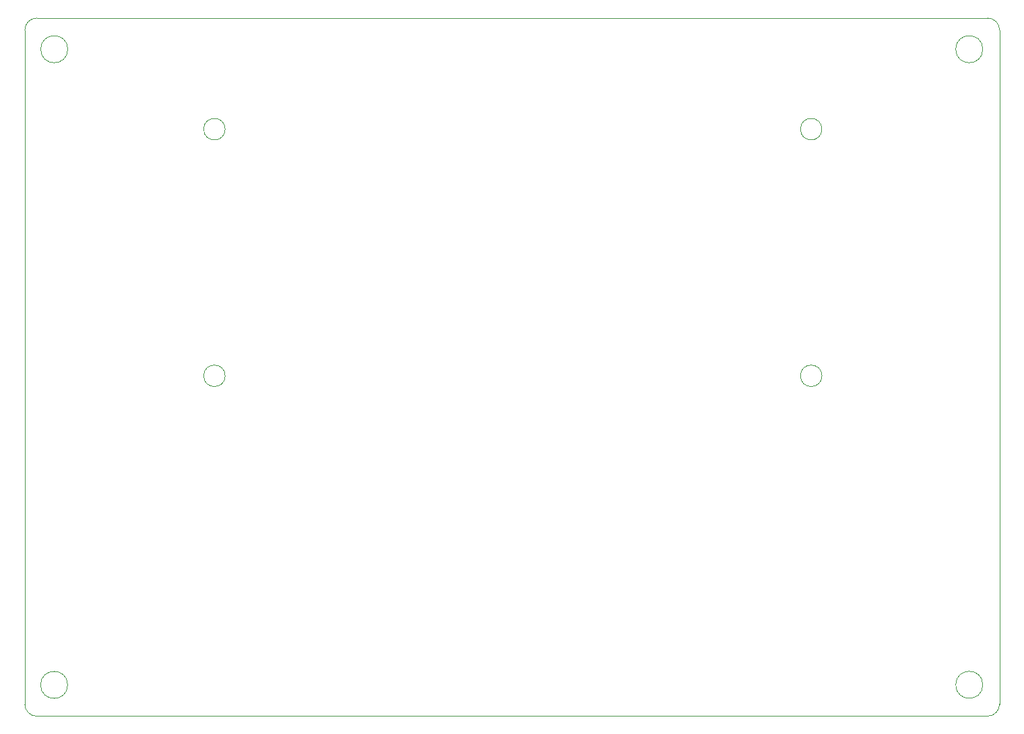
<source format=gbr>
%TF.GenerationSoftware,KiCad,Pcbnew,9.0.5+1*%
%TF.CreationDate,2025-10-19T05:27:58+07:00*%
%TF.ProjectId,TARA_T8X,54415241-5f54-4385-982e-6b696361645f,rev?*%
%TF.SameCoordinates,Original*%
%TF.FileFunction,Profile,NP*%
%FSLAX46Y46*%
G04 Gerber Fmt 4.6, Leading zero omitted, Abs format (unit mm)*
G04 Created by KiCad (PCBNEW 9.0.5+1) date 2025-10-19 05:27:58*
%MOMM*%
%LPD*%
G01*
G04 APERTURE LIST*
%TA.AperFunction,Profile*%
%ADD10C,0.100000*%
%TD*%
G04 APERTURE END LIST*
D10*
X197809664Y-130091260D02*
G75*
G02*
X194409664Y-130091260I-1700000J0D01*
G01*
X194409664Y-130091260D02*
G75*
G02*
X197809664Y-130091260I1700000J0D01*
G01*
X77410660Y-132535660D02*
X77410660Y-47685660D01*
X199910000Y-132535000D02*
X199910000Y-47695000D01*
X82798464Y-130106260D02*
G75*
G02*
X79398464Y-130106260I-1700000J0D01*
G01*
X79398464Y-130106260D02*
G75*
G02*
X82798464Y-130106260I1700000J0D01*
G01*
X197809664Y-50106660D02*
G75*
G02*
X194409664Y-50106660I-1700000J0D01*
G01*
X194409664Y-50106660D02*
G75*
G02*
X197809664Y-50106660I1700000J0D01*
G01*
X78910660Y-134035660D02*
G75*
G02*
X77410740Y-132535660I40J1499960D01*
G01*
X78910660Y-46185660D02*
X198410660Y-46185660D01*
X198410660Y-46185660D02*
G75*
G02*
X199910740Y-47685660I40J-1500040D01*
G01*
X102591060Y-91206260D02*
G75*
G02*
X99891060Y-91206260I-1350000J0D01*
G01*
X99891060Y-91206260D02*
G75*
G02*
X102591060Y-91206260I1350000J0D01*
G01*
X177591060Y-60168060D02*
G75*
G02*
X174891060Y-60168060I-1350000J0D01*
G01*
X174891060Y-60168060D02*
G75*
G02*
X177591060Y-60168060I1350000J0D01*
G01*
X102591060Y-60168060D02*
G75*
G02*
X99891060Y-60168060I-1350000J0D01*
G01*
X99891060Y-60168060D02*
G75*
G02*
X102591060Y-60168060I1350000J0D01*
G01*
X177591060Y-91206260D02*
G75*
G02*
X174891060Y-91206260I-1350000J0D01*
G01*
X174891060Y-91206260D02*
G75*
G02*
X177591060Y-91206260I1350000J0D01*
G01*
X199910660Y-132535660D02*
G75*
G02*
X198410660Y-134035660I-1499960J-40D01*
G01*
X82810660Y-50106260D02*
G75*
G02*
X79410660Y-50106260I-1700000J0D01*
G01*
X79410660Y-50106260D02*
G75*
G02*
X82810660Y-50106260I1700000J0D01*
G01*
X77410660Y-47685660D02*
G75*
G02*
X78910660Y-46185660I1500040J-40D01*
G01*
X198410660Y-134035660D02*
X78910660Y-134035660D01*
M02*

</source>
